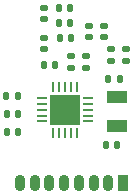
<source format=gbr>
%TF.GenerationSoftware,KiCad,Pcbnew,7.0.5*%
%TF.CreationDate,2024-06-04T21:33:16-04:00*%
%TF.ProjectId,Prueba kicad,50727565-6261-4206-9b69-6361642e6b69,rev?*%
%TF.SameCoordinates,Original*%
%TF.FileFunction,Soldermask,Top*%
%TF.FilePolarity,Negative*%
%FSLAX46Y46*%
G04 Gerber Fmt 4.6, Leading zero omitted, Abs format (unit mm)*
G04 Created by KiCad (PCBNEW 7.0.5) date 2024-06-04 21:33:16*
%MOMM*%
%LPD*%
G01*
G04 APERTURE LIST*
G04 Aperture macros list*
%AMRoundRect*
0 Rectangle with rounded corners*
0 $1 Rounding radius*
0 $2 $3 $4 $5 $6 $7 $8 $9 X,Y pos of 4 corners*
0 Add a 4 corners polygon primitive as box body*
4,1,4,$2,$3,$4,$5,$6,$7,$8,$9,$2,$3,0*
0 Add four circle primitives for the rounded corners*
1,1,$1+$1,$2,$3*
1,1,$1+$1,$4,$5*
1,1,$1+$1,$6,$7*
1,1,$1+$1,$8,$9*
0 Add four rect primitives between the rounded corners*
20,1,$1+$1,$2,$3,$4,$5,0*
20,1,$1+$1,$4,$5,$6,$7,0*
20,1,$1+$1,$6,$7,$8,$9,0*
20,1,$1+$1,$8,$9,$2,$3,0*%
G04 Aperture macros list end*
%ADD10RoundRect,0.135000X-0.135000X-0.185000X0.135000X-0.185000X0.135000X0.185000X-0.135000X0.185000X0*%
%ADD11RoundRect,0.140000X-0.140000X-0.170000X0.140000X-0.170000X0.140000X0.170000X-0.140000X0.170000X0*%
%ADD12RoundRect,0.140000X0.170000X-0.140000X0.170000X0.140000X-0.170000X0.140000X-0.170000X-0.140000X0*%
%ADD13R,1.800000X1.000000*%
%ADD14RoundRect,0.147500X0.172500X-0.147500X0.172500X0.147500X-0.172500X0.147500X-0.172500X-0.147500X0*%
%ADD15RoundRect,0.140000X-0.170000X0.140000X-0.170000X-0.140000X0.170000X-0.140000X0.170000X0.140000X0*%
%ADD16RoundRect,0.147500X0.147500X0.172500X-0.147500X0.172500X-0.147500X-0.172500X0.147500X-0.172500X0*%
%ADD17R,2.500000X2.500000*%
%ADD18RoundRect,0.062500X0.350000X-0.062500X0.350000X0.062500X-0.350000X0.062500X-0.350000X-0.062500X0*%
%ADD19RoundRect,0.062500X0.062500X-0.350000X0.062500X0.350000X-0.062500X0.350000X-0.062500X-0.350000X0*%
%ADD20RoundRect,0.140000X0.140000X0.170000X-0.140000X0.170000X-0.140000X-0.170000X0.140000X-0.170000X0*%
%ADD21RoundRect,0.135000X0.135000X0.185000X-0.135000X0.185000X-0.135000X-0.185000X0.135000X-0.185000X0*%
%ADD22O,0.900000X1.400000*%
%ADD23RoundRect,0.225000X0.225000X0.475000X-0.225000X0.475000X-0.225000X-0.475000X0.225000X-0.475000X0*%
G04 APERTURE END LIST*
D10*
%TO.C,R2*%
X124970000Y-100878000D03*
X123950000Y-100878000D03*
%TD*%
D11*
%TO.C,C11*%
X120731000Y-96149000D03*
X119771000Y-96149000D03*
%TD*%
D12*
%TO.C,C5*%
X124206000Y-98394000D03*
X124206000Y-99354000D03*
%TD*%
%TO.C,C7*%
X122283000Y-96403000D03*
X122283000Y-97363000D03*
%TD*%
D13*
%TO.C,Y1*%
X124714000Y-104902000D03*
X124714000Y-102402000D03*
%TD*%
D11*
%TO.C,C10*%
X120787000Y-97419000D03*
X119827000Y-97419000D03*
%TD*%
D12*
%TO.C,C6*%
X125476000Y-98394000D03*
X125476000Y-99354000D03*
%TD*%
D14*
%TO.C,L1*%
X120787000Y-98989000D03*
X120787000Y-99959000D03*
%TD*%
D11*
%TO.C,C4*%
X124670000Y-106476000D03*
X123710000Y-106476000D03*
%TD*%
D14*
%TO.C,L4*%
X118501000Y-94879000D03*
X118501000Y-95849000D03*
%TD*%
D15*
%TO.C,C9*%
X118501000Y-98379000D03*
X118501000Y-97419000D03*
%TD*%
D11*
%TO.C,C2*%
X116332000Y-105410000D03*
X115372000Y-105410000D03*
%TD*%
D14*
%TO.C,L2*%
X122057000Y-98989000D03*
X122057000Y-99959000D03*
%TD*%
D11*
%TO.C,C12*%
X120731000Y-94879000D03*
X119771000Y-94879000D03*
%TD*%
D12*
%TO.C,C8*%
X123581000Y-96403000D03*
X123581000Y-97363000D03*
%TD*%
D16*
%TO.C,L3*%
X118501000Y-99705000D03*
X119471000Y-99705000D03*
%TD*%
D17*
%TO.C,U1*%
X120279000Y-103515000D03*
D18*
X118341500Y-104515000D03*
X118341500Y-104015000D03*
X118341500Y-103515000D03*
X118341500Y-103015000D03*
X118341500Y-102515000D03*
D19*
X119279000Y-101577500D03*
X119779000Y-101577500D03*
X120279000Y-101577500D03*
X120779000Y-101577500D03*
X121279000Y-101577500D03*
D18*
X122216500Y-102515000D03*
X122216500Y-103015000D03*
X122216500Y-103515000D03*
X122216500Y-104015000D03*
X122216500Y-104515000D03*
D19*
X121279000Y-105452500D03*
X120779000Y-105452500D03*
X120279000Y-105452500D03*
X119779000Y-105452500D03*
X119279000Y-105452500D03*
%TD*%
D20*
%TO.C,C3*%
X115372000Y-103886000D03*
X116332000Y-103886000D03*
%TD*%
D21*
%TO.C,R1*%
X115312000Y-102362000D03*
X116332000Y-102362000D03*
%TD*%
D22*
%TO.C,J1*%
X116452000Y-109728000D03*
X117702000Y-109728000D03*
X118952000Y-109728000D03*
X120202000Y-109728000D03*
X121452000Y-109728000D03*
X122702000Y-109728000D03*
X123952000Y-109728000D03*
D23*
X125202000Y-109728000D03*
%TD*%
M02*

</source>
